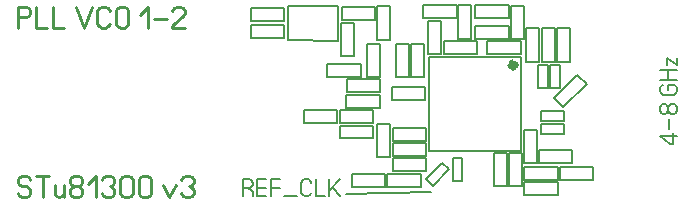
<source format=gbr>
%FSLAX34Y34*%
%MOMM*%
%LNSILK_TOP*%
G71*
G01*
%ADD10C,0.150*%
%ADD11C,0.222*%
%ADD12C,0.178*%
%ADD13C,0.200*%
%ADD14C,0.700*%
%LPD*%
G54D10*
X470722Y930182D02*
X470722Y910856D01*
G54D10*
X462647Y930182D02*
X462647Y910856D01*
G54D10*
X470722Y930182D02*
X462647Y930182D01*
G54D10*
X470722Y910856D02*
X462647Y910856D01*
G54D10*
X480817Y930192D02*
X480817Y910866D01*
G54D10*
X472742Y930191D02*
X472742Y910866D01*
G54D10*
X480817Y930192D02*
X472742Y930191D01*
G54D10*
X480817Y910866D02*
X472742Y910866D01*
G54D10*
X484463Y871912D02*
X465138Y871912D01*
G54D10*
X484463Y879988D02*
X465138Y879988D01*
G54D10*
X484463Y871912D02*
X484463Y879988D01*
G54D10*
X465138Y871912D02*
X465138Y879988D01*
G54D10*
X484463Y882912D02*
X465138Y882912D01*
G54D10*
X484462Y890988D02*
X465138Y890988D01*
G54D10*
X484463Y882912D02*
X484462Y890988D01*
G54D10*
X465138Y882912D02*
X465138Y890988D01*
G54D10*
X462850Y847112D02*
X462850Y858088D01*
X491150Y858088D01*
X491150Y847113D01*
X462850Y847112D01*
G54D10*
X409330Y969716D02*
X409330Y980692D01*
X437630Y980692D01*
X437630Y969716D01*
X409330Y969716D01*
G54D10*
X480731Y833116D02*
X480731Y844091D01*
X509031Y844091D01*
X509031Y833116D01*
X480731Y833116D01*
G54D10*
X300330Y906916D02*
X300330Y917891D01*
X328630Y917891D01*
X328630Y906916D01*
X300330Y906916D01*
G54D10*
X300229Y893916D02*
X300229Y904891D01*
X328530Y904891D01*
X328529Y893916D01*
X300229Y893916D01*
G54D10*
X317592Y948154D02*
X328568Y948154D01*
X328567Y919854D01*
X317592Y919854D01*
X317592Y948154D01*
G54D10*
X283930Y920316D02*
X283930Y931292D01*
X312230Y931291D01*
X312230Y920316D01*
X283930Y920316D01*
G54D10*
X294730Y880917D02*
X294730Y891892D01*
X323030Y891892D01*
X323030Y880917D01*
X294730Y880917D01*
G54D10*
X264030Y881017D02*
X264030Y891992D01*
X292330Y891992D01*
X292330Y881017D01*
X264030Y881017D01*
G54D10*
X294730Y867917D02*
X294730Y878892D01*
X323030Y878892D01*
X323030Y867917D01*
X294730Y867917D01*
G54D10*
X333076Y837944D02*
X333076Y826969D01*
X304776Y826969D01*
X304776Y837944D01*
X333076Y837944D01*
G54D10*
X367492Y833777D02*
X381157Y847442D01*
G54D10*
X373202Y828067D02*
X386867Y841732D01*
G54D10*
X367492Y833777D02*
X373202Y828067D01*
G54D10*
X381157Y847442D02*
X386867Y841732D01*
G54D10*
X390093Y831895D02*
X390093Y851220D01*
G54D10*
X398168Y831895D02*
X398168Y851220D01*
G54D10*
X390093Y831895D02*
X398168Y831895D01*
G54D10*
X390093Y851220D02*
X398168Y851220D01*
G54D10*
X219150Y967112D02*
X219150Y978088D01*
X247450Y978088D01*
X247450Y967112D01*
X219150Y967112D01*
G54D10*
X483467Y894190D02*
X475706Y901951D01*
X495718Y921962D01*
X503478Y914201D01*
X483467Y894190D01*
G54D10*
X250500Y980000D02*
X292735Y979999D01*
X292725Y950625D01*
X250500Y951000D01*
X250500Y980000D01*
G54D10*
X296150Y968512D02*
X296150Y979488D01*
X324450Y979488D01*
X324450Y968512D01*
X296150Y968512D01*
G54D11*
X22000Y821833D02*
X23333Y819611D01*
X26000Y818500D01*
X28667Y818500D01*
X31333Y819611D01*
X32667Y821833D01*
X32667Y824056D01*
X31333Y826278D01*
X28667Y827389D01*
X26000Y827389D01*
X23333Y828500D01*
X22000Y830722D01*
X22000Y832944D01*
X23333Y835167D01*
X26000Y836278D01*
X28667Y836278D01*
X31333Y835167D01*
X32667Y832944D01*
G54D11*
X42889Y818500D02*
X42889Y836278D01*
G54D11*
X37556Y836278D02*
X48223Y836278D01*
G54D11*
X61112Y828500D02*
X61112Y818500D01*
G54D11*
X61112Y820722D02*
X59779Y818944D01*
X57112Y818500D01*
X54445Y818944D01*
X53112Y820722D01*
X53112Y828500D01*
G54D11*
X72668Y827389D02*
X70001Y827389D01*
X67334Y828500D01*
X66001Y830722D01*
X66001Y832944D01*
X67334Y835167D01*
X70001Y836278D01*
X72668Y836278D01*
X75334Y835167D01*
X76668Y832944D01*
X76668Y830722D01*
X75334Y828500D01*
X72668Y827389D01*
X75334Y826278D01*
X76668Y824056D01*
X76668Y821833D01*
X75334Y819611D01*
X72668Y818500D01*
X70001Y818500D01*
X67334Y819611D01*
X66001Y821833D01*
X66001Y824056D01*
X67334Y826278D01*
X70001Y827389D01*
G54D11*
X81557Y829611D02*
X88224Y836278D01*
X88224Y818500D01*
G54D11*
X93113Y832944D02*
X94446Y835167D01*
X97113Y836278D01*
X99780Y836278D01*
X102446Y835167D01*
X103780Y832944D01*
X103780Y830722D01*
X102446Y828500D01*
X99780Y827389D01*
X102446Y826278D01*
X103780Y824056D01*
X103780Y821833D01*
X102446Y819611D01*
X99780Y818500D01*
X97113Y818500D01*
X94446Y819611D01*
X93113Y821833D01*
G54D11*
X119336Y832944D02*
X119336Y821833D01*
X118002Y819611D01*
X115336Y818500D01*
X112669Y818500D01*
X110002Y819611D01*
X108669Y821833D01*
X108669Y832944D01*
X110002Y835167D01*
X112669Y836278D01*
X115336Y836278D01*
X118002Y835167D01*
X119336Y832944D01*
G54D11*
X134892Y832944D02*
X134892Y821833D01*
X133558Y819611D01*
X130892Y818500D01*
X128225Y818500D01*
X125558Y819611D01*
X124225Y821833D01*
X124225Y832944D01*
X125558Y835167D01*
X128225Y836278D01*
X130892Y836278D01*
X133558Y835167D01*
X134892Y832944D01*
G54D11*
X144937Y828500D02*
X150270Y818500D01*
X155604Y828500D01*
G54D11*
X160493Y832944D02*
X161826Y835167D01*
X164493Y836278D01*
X167160Y836278D01*
X169826Y835167D01*
X171160Y832944D01*
X171160Y830722D01*
X169826Y828500D01*
X167160Y827389D01*
X169826Y826278D01*
X171160Y824056D01*
X171160Y821833D01*
X169826Y819611D01*
X167160Y818500D01*
X164493Y818500D01*
X161826Y819611D01*
X160493Y821833D01*
G54D10*
X365230Y969616D02*
X365230Y980592D01*
X393530Y980592D01*
X393530Y969616D01*
X365230Y969616D01*
G54D10*
X341992Y948154D02*
X352967Y948154D01*
X352967Y919854D01*
X341992Y919854D01*
X341992Y948154D01*
G54D11*
X22000Y961682D02*
X22000Y979460D01*
X28667Y979460D01*
X31333Y978348D01*
X32667Y976126D01*
X32667Y973904D01*
X31333Y971682D01*
X28667Y970571D01*
X22000Y970571D01*
G54D11*
X37556Y979460D02*
X37556Y961682D01*
X46889Y961682D01*
G54D11*
X51778Y979460D02*
X51778Y961682D01*
X61111Y961682D01*
G54D11*
X71156Y979460D02*
X77823Y961682D01*
X84489Y979460D01*
G54D11*
X100045Y965015D02*
X98711Y962793D01*
X96045Y961682D01*
X93378Y961682D01*
X90711Y962793D01*
X89378Y965015D01*
X89378Y976126D01*
X90711Y978348D01*
X93378Y979460D01*
X96045Y979460D01*
X98711Y978348D01*
X100045Y976126D01*
G54D11*
X115601Y976126D02*
X115601Y965015D01*
X114267Y962793D01*
X111601Y961682D01*
X108934Y961682D01*
X106267Y962793D01*
X104934Y965015D01*
X104934Y976126D01*
X106267Y978348D01*
X108934Y979460D01*
X111601Y979460D01*
X114267Y978348D01*
X115601Y976126D01*
G54D11*
X125646Y972793D02*
X132313Y979460D01*
X132313Y961682D01*
G54D11*
X137202Y969460D02*
X147869Y969460D01*
G54D11*
X163425Y961682D02*
X152758Y961682D01*
X152758Y962793D01*
X154091Y965015D01*
X162091Y971682D01*
X163425Y973904D01*
X163425Y976126D01*
X162091Y978348D01*
X159425Y979460D01*
X156758Y979460D01*
X154091Y978348D01*
X152758Y976126D01*
G54D12*
X216517Y826111D02*
X219717Y824333D01*
X220783Y822556D01*
X220783Y819000D01*
G54D12*
X212250Y819000D02*
X212250Y833222D01*
X217583Y833222D01*
X219717Y832333D01*
X220783Y830556D01*
X220783Y828778D01*
X219717Y827000D01*
X217583Y826111D01*
X212250Y826111D01*
G54D12*
X232161Y819000D02*
X224694Y819000D01*
X224694Y833222D01*
X232161Y833222D01*
G54D12*
X224694Y826111D02*
X232161Y826111D01*
G54D12*
X236072Y819000D02*
X236072Y833222D01*
X243539Y833222D01*
G54D12*
X236072Y826111D02*
X243539Y826111D01*
G54D12*
X247450Y819000D02*
X258117Y819000D01*
G54D12*
X270561Y821667D02*
X269495Y819889D01*
X267361Y819000D01*
X265228Y819000D01*
X263095Y819889D01*
X262028Y821667D01*
X262028Y830556D01*
X263095Y832333D01*
X265228Y833222D01*
X267361Y833222D01*
X269495Y832333D01*
X270561Y830556D01*
G54D12*
X274472Y833222D02*
X274472Y819000D01*
X281939Y819000D01*
G54D12*
X285850Y819000D02*
X285850Y833222D01*
G54D12*
X285850Y823444D02*
X294383Y833222D01*
G54D12*
X289050Y826111D02*
X294383Y819000D01*
G54D13*
X299750Y821250D02*
X371856Y822271D01*
G54D12*
X579873Y870008D02*
X565651Y870008D01*
X574540Y863608D01*
X576318Y863608D01*
X576318Y872141D01*
G54D12*
X573651Y876052D02*
X573651Y884585D01*
G54D12*
X572762Y893829D02*
X572762Y891696D01*
X571873Y889562D01*
X570095Y888496D01*
X568318Y888496D01*
X566540Y889562D01*
X565651Y891696D01*
X565651Y893829D01*
X566540Y895962D01*
X568318Y897029D01*
X570095Y897029D01*
X571873Y895962D01*
X572762Y893829D01*
X573651Y895962D01*
X575429Y897029D01*
X577207Y897029D01*
X578984Y895962D01*
X579873Y893829D01*
X579873Y891696D01*
X578984Y889562D01*
X577207Y888496D01*
X575429Y888496D01*
X573651Y889562D01*
X572762Y891696D01*
G54D12*
X572762Y909330D02*
X572762Y913597D01*
X577207Y913597D01*
X578984Y912530D01*
X579873Y910397D01*
X579873Y908264D01*
X578984Y906130D01*
X577207Y905064D01*
X568318Y905064D01*
X566540Y906130D01*
X565651Y908264D01*
X565651Y910397D01*
X566540Y912530D01*
X568318Y913597D01*
G54D12*
X579873Y917508D02*
X565651Y917508D01*
G54D12*
X579873Y926041D02*
X565651Y926041D01*
G54D12*
X572762Y917508D02*
X572762Y926041D01*
G54D12*
X571873Y929952D02*
X571873Y936352D01*
X579873Y929952D01*
X579873Y936352D01*
G54D10*
X354992Y948154D02*
X365967Y948154D01*
X365967Y919854D01*
X354992Y919854D01*
X354992Y948154D01*
G54D14*
G75*
G01X442660Y930108D02*
G03X442660Y930108I-1500J0D01*
G01*
G54D10*
X369833Y936660D02*
X447998Y936660D01*
X447998Y857394D01*
X369833Y857394D01*
X369833Y936660D01*
G54D10*
X419530Y939116D02*
X419530Y950092D01*
X447830Y950092D01*
X447830Y939116D01*
X419530Y939116D01*
G54D10*
X409330Y952016D02*
X409330Y962992D01*
X437630Y962992D01*
X437630Y952016D01*
X409330Y952016D01*
G54D10*
X450188Y951850D02*
X439212Y951850D01*
X439212Y980150D01*
X450188Y980150D01*
X450188Y951850D01*
G54D10*
X382530Y939216D02*
X382530Y950192D01*
X410830Y950192D01*
X410830Y939216D01*
X382530Y939216D01*
G54D10*
X394492Y980854D02*
X405468Y980854D01*
X405468Y952554D01*
X394492Y952554D01*
X394492Y980854D01*
G54D10*
X338630Y900716D02*
X338630Y911692D01*
X366930Y911692D01*
X366930Y900716D01*
X338630Y900716D01*
G54D10*
X369392Y967654D02*
X380368Y967654D01*
X380368Y939354D01*
X369392Y939354D01*
X369392Y967654D01*
G54D10*
X465903Y961075D02*
X476878Y961075D01*
X476878Y932775D01*
X465903Y932775D01*
X465903Y961075D01*
G54D10*
X478403Y961075D02*
X489378Y961075D01*
X489378Y932775D01*
X478403Y932775D01*
X478403Y961075D01*
G54D10*
X452303Y961075D02*
X463278Y961075D01*
X463278Y932775D01*
X452303Y932775D01*
X452303Y961075D01*
G54D10*
X461188Y846850D02*
X450212Y846850D01*
X450212Y875150D01*
X461188Y875150D01*
X461188Y846850D01*
G54D10*
X479250Y844088D02*
X479250Y833112D01*
X450951Y833112D01*
X450950Y844087D01*
X479250Y844088D01*
G54D10*
X435868Y827354D02*
X424892Y827354D01*
X424892Y855654D01*
X435868Y855654D01*
X435868Y827354D01*
G54D10*
X448568Y827354D02*
X437592Y827354D01*
X437592Y855654D01*
X448568Y855654D01*
X448568Y827354D01*
G54D10*
X339230Y865766D02*
X339230Y876742D01*
X367530Y876742D01*
X367530Y865766D01*
X339230Y865766D01*
G54D10*
X339230Y853016D02*
X339230Y863992D01*
X367530Y863992D01*
X367530Y853016D01*
X339230Y853016D01*
G54D10*
X339230Y840266D02*
X339230Y851242D01*
X367530Y851242D01*
X367530Y840266D01*
X339230Y840266D01*
G54D10*
X363250Y837838D02*
X363250Y826862D01*
X334951Y826862D01*
X334950Y837837D01*
X363250Y837838D01*
G54D10*
X326438Y880357D02*
X337413Y880357D01*
X337413Y852057D01*
X326438Y852057D01*
X326438Y880357D01*
G54D10*
X219150Y953112D02*
X219150Y964088D01*
X247450Y964088D01*
X247450Y953112D01*
X219150Y953112D01*
G54D10*
X306788Y937450D02*
X295812Y937450D01*
X295812Y965750D01*
X306788Y965750D01*
X306788Y937450D01*
G54D10*
X337088Y951350D02*
X326112Y951350D01*
X326112Y979650D01*
X337088Y979650D01*
X337088Y951350D01*
G54D10*
X450731Y820116D02*
X450731Y831091D01*
X479031Y831091D01*
X479031Y820116D01*
X450731Y820116D01*
M02*

</source>
